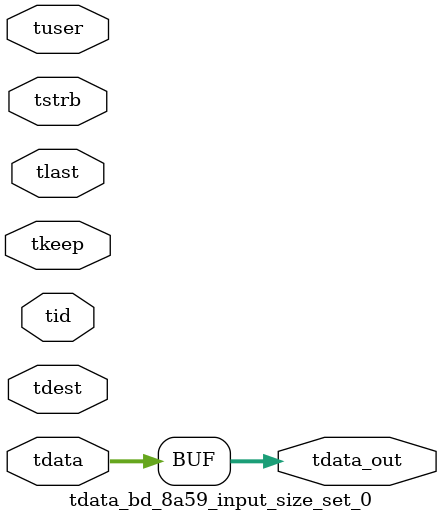
<source format=v>


`timescale 1ps/1ps

module tdata_bd_8a59_input_size_set_0 #
(
parameter C_S_AXIS_TDATA_WIDTH = 32,
parameter C_S_AXIS_TUSER_WIDTH = 0,
parameter C_S_AXIS_TID_WIDTH   = 0,
parameter C_S_AXIS_TDEST_WIDTH = 0,
parameter C_M_AXIS_TDATA_WIDTH = 32
)
(
input  [(C_S_AXIS_TDATA_WIDTH == 0 ? 1 : C_S_AXIS_TDATA_WIDTH)-1:0     ] tdata,
input  [(C_S_AXIS_TUSER_WIDTH == 0 ? 1 : C_S_AXIS_TUSER_WIDTH)-1:0     ] tuser,
input  [(C_S_AXIS_TID_WIDTH   == 0 ? 1 : C_S_AXIS_TID_WIDTH)-1:0       ] tid,
input  [(C_S_AXIS_TDEST_WIDTH == 0 ? 1 : C_S_AXIS_TDEST_WIDTH)-1:0     ] tdest,
input  [(C_S_AXIS_TDATA_WIDTH/8)-1:0 ] tkeep,
input  [(C_S_AXIS_TDATA_WIDTH/8)-1:0 ] tstrb,
input                                                                    tlast,
output [C_M_AXIS_TDATA_WIDTH-1:0] tdata_out
);

assign tdata_out = {tdata[47:0]};

endmodule


</source>
